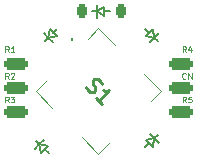
<source format=gto>
G04 #@! TF.GenerationSoftware,KiCad,Pcbnew,8.0.2*
G04 #@! TF.CreationDate,2024-10-03T22:03:37+02:00*
G04 #@! TF.ProjectId,skrhade_single_pcb,736b7268-6164-4655-9f73-696e676c655f,rev?*
G04 #@! TF.SameCoordinates,Original*
G04 #@! TF.FileFunction,Legend,Top*
G04 #@! TF.FilePolarity,Positive*
%FSLAX46Y46*%
G04 Gerber Fmt 4.6, Leading zero omitted, Abs format (unit mm)*
G04 Created by KiCad (PCBNEW 8.0.2) date 2024-10-03 22:03:37*
%MOMM*%
%LPD*%
G01*
G04 APERTURE LIST*
G04 Aperture macros list*
%AMRoundRect*
0 Rectangle with rounded corners*
0 $1 Rounding radius*
0 $2 $3 $4 $5 $6 $7 $8 $9 X,Y pos of 4 corners*
0 Add a 4 corners polygon primitive as box body*
4,1,4,$2,$3,$4,$5,$6,$7,$8,$9,$2,$3,0*
0 Add four circle primitives for the rounded corners*
1,1,$1+$1,$2,$3*
1,1,$1+$1,$4,$5*
1,1,$1+$1,$6,$7*
1,1,$1+$1,$8,$9*
0 Add four rect primitives between the rounded corners*
20,1,$1+$1,$2,$3,$4,$5,0*
20,1,$1+$1,$4,$5,$6,$7,0*
20,1,$1+$1,$6,$7,$8,$9,0*
20,1,$1+$1,$8,$9,$2,$3,0*%
%AMRotRect*
0 Rectangle, with rotation*
0 The origin of the aperture is its center*
0 $1 length*
0 $2 width*
0 $3 Rotation angle, in degrees counterclockwise*
0 Add horizontal line*
21,1,$1,$2,0,0,$3*%
G04 Aperture macros list end*
%ADD10C,0.125000*%
%ADD11C,0.254000*%
%ADD12C,0.150000*%
%ADD13C,0.100000*%
%ADD14C,0.200000*%
%ADD15RoundRect,0.250000X-0.750000X0.250000X-0.750000X-0.250000X0.750000X-0.250000X0.750000X0.250000X0*%
%ADD16RoundRect,0.225000X-0.424264X-0.106066X-0.106066X-0.424264X0.424264X0.106066X0.106066X0.424264X0*%
%ADD17RoundRect,0.225000X0.106066X-0.424264X0.424264X-0.106066X-0.106066X0.424264X-0.424264X0.106066X0*%
%ADD18RoundRect,0.225000X-0.225000X-0.375000X0.225000X-0.375000X0.225000X0.375000X-0.225000X0.375000X0*%
%ADD19C,0.750000*%
%ADD20C,1.050000*%
%ADD21RotRect,1.000000X1.350000X45.000000*%
%ADD22RotRect,1.800000X2.000000X45.000000*%
%ADD23RoundRect,0.225000X-0.106066X0.424264X-0.424264X0.106066X0.106066X-0.424264X0.424264X-0.106066X0*%
%ADD24RoundRect,0.225000X0.424264X0.106066X0.106066X0.424264X-0.424264X-0.106066X-0.106066X-0.424264X0*%
G04 APERTURE END LIST*
D10*
X99142856Y-107177190D02*
X99119047Y-107201000D01*
X99119047Y-107201000D02*
X99047618Y-107224809D01*
X99047618Y-107224809D02*
X98999999Y-107224809D01*
X98999999Y-107224809D02*
X98928571Y-107201000D01*
X98928571Y-107201000D02*
X98880952Y-107153380D01*
X98880952Y-107153380D02*
X98857142Y-107105761D01*
X98857142Y-107105761D02*
X98833333Y-107010523D01*
X98833333Y-107010523D02*
X98833333Y-106939095D01*
X98833333Y-106939095D02*
X98857142Y-106843857D01*
X98857142Y-106843857D02*
X98880952Y-106796238D01*
X98880952Y-106796238D02*
X98928571Y-106748619D01*
X98928571Y-106748619D02*
X98999999Y-106724809D01*
X98999999Y-106724809D02*
X99047618Y-106724809D01*
X99047618Y-106724809D02*
X99119047Y-106748619D01*
X99119047Y-106748619D02*
X99142856Y-106772428D01*
X99357142Y-107224809D02*
X99357142Y-106724809D01*
X99357142Y-106724809D02*
X99642856Y-107224809D01*
X99642856Y-107224809D02*
X99642856Y-106724809D01*
X99166666Y-109224809D02*
X99000000Y-108986714D01*
X98880952Y-109224809D02*
X98880952Y-108724809D01*
X98880952Y-108724809D02*
X99071428Y-108724809D01*
X99071428Y-108724809D02*
X99119047Y-108748619D01*
X99119047Y-108748619D02*
X99142857Y-108772428D01*
X99142857Y-108772428D02*
X99166666Y-108820047D01*
X99166666Y-108820047D02*
X99166666Y-108891476D01*
X99166666Y-108891476D02*
X99142857Y-108939095D01*
X99142857Y-108939095D02*
X99119047Y-108962904D01*
X99119047Y-108962904D02*
X99071428Y-108986714D01*
X99071428Y-108986714D02*
X98880952Y-108986714D01*
X99619047Y-108724809D02*
X99380952Y-108724809D01*
X99380952Y-108724809D02*
X99357143Y-108962904D01*
X99357143Y-108962904D02*
X99380952Y-108939095D01*
X99380952Y-108939095D02*
X99428571Y-108915285D01*
X99428571Y-108915285D02*
X99547619Y-108915285D01*
X99547619Y-108915285D02*
X99595238Y-108939095D01*
X99595238Y-108939095D02*
X99619047Y-108962904D01*
X99619047Y-108962904D02*
X99642857Y-109010523D01*
X99642857Y-109010523D02*
X99642857Y-109129571D01*
X99642857Y-109129571D02*
X99619047Y-109177190D01*
X99619047Y-109177190D02*
X99595238Y-109201000D01*
X99595238Y-109201000D02*
X99547619Y-109224809D01*
X99547619Y-109224809D02*
X99428571Y-109224809D01*
X99428571Y-109224809D02*
X99380952Y-109201000D01*
X99380952Y-109201000D02*
X99357143Y-109177190D01*
D11*
X90702448Y-107929131D02*
X90787974Y-108100183D01*
X90787974Y-108100183D02*
X91001790Y-108313999D01*
X91001790Y-108313999D02*
X91130079Y-108356762D01*
X91130079Y-108356762D02*
X91215606Y-108356762D01*
X91215606Y-108356762D02*
X91343895Y-108313999D01*
X91343895Y-108313999D02*
X91429421Y-108228472D01*
X91429421Y-108228472D02*
X91472184Y-108100183D01*
X91472184Y-108100183D02*
X91472184Y-108014657D01*
X91472184Y-108014657D02*
X91429421Y-107886367D01*
X91429421Y-107886367D02*
X91301132Y-107672552D01*
X91301132Y-107672552D02*
X91258369Y-107544262D01*
X91258369Y-107544262D02*
X91258369Y-107458736D01*
X91258369Y-107458736D02*
X91301132Y-107330447D01*
X91301132Y-107330447D02*
X91386658Y-107244921D01*
X91386658Y-107244921D02*
X91514948Y-107202157D01*
X91514948Y-107202157D02*
X91600474Y-107202157D01*
X91600474Y-107202157D02*
X91728763Y-107244921D01*
X91728763Y-107244921D02*
X91942579Y-107458736D01*
X91942579Y-107458736D02*
X92028105Y-107629789D01*
X92028105Y-109340314D02*
X91514948Y-108827156D01*
X91771526Y-109083735D02*
X92669552Y-108185709D01*
X92669552Y-108185709D02*
X92455736Y-108228473D01*
X92455736Y-108228473D02*
X92284684Y-108228473D01*
X92284684Y-108228473D02*
X92156395Y-108185709D01*
D10*
X84166666Y-107224809D02*
X84000000Y-106986714D01*
X83880952Y-107224809D02*
X83880952Y-106724809D01*
X83880952Y-106724809D02*
X84071428Y-106724809D01*
X84071428Y-106724809D02*
X84119047Y-106748619D01*
X84119047Y-106748619D02*
X84142857Y-106772428D01*
X84142857Y-106772428D02*
X84166666Y-106820047D01*
X84166666Y-106820047D02*
X84166666Y-106891476D01*
X84166666Y-106891476D02*
X84142857Y-106939095D01*
X84142857Y-106939095D02*
X84119047Y-106962904D01*
X84119047Y-106962904D02*
X84071428Y-106986714D01*
X84071428Y-106986714D02*
X83880952Y-106986714D01*
X84357143Y-106772428D02*
X84380952Y-106748619D01*
X84380952Y-106748619D02*
X84428571Y-106724809D01*
X84428571Y-106724809D02*
X84547619Y-106724809D01*
X84547619Y-106724809D02*
X84595238Y-106748619D01*
X84595238Y-106748619D02*
X84619047Y-106772428D01*
X84619047Y-106772428D02*
X84642857Y-106820047D01*
X84642857Y-106820047D02*
X84642857Y-106867666D01*
X84642857Y-106867666D02*
X84619047Y-106939095D01*
X84619047Y-106939095D02*
X84333333Y-107224809D01*
X84333333Y-107224809D02*
X84642857Y-107224809D01*
X84166666Y-109224809D02*
X84000000Y-108986714D01*
X83880952Y-109224809D02*
X83880952Y-108724809D01*
X83880952Y-108724809D02*
X84071428Y-108724809D01*
X84071428Y-108724809D02*
X84119047Y-108748619D01*
X84119047Y-108748619D02*
X84142857Y-108772428D01*
X84142857Y-108772428D02*
X84166666Y-108820047D01*
X84166666Y-108820047D02*
X84166666Y-108891476D01*
X84166666Y-108891476D02*
X84142857Y-108939095D01*
X84142857Y-108939095D02*
X84119047Y-108962904D01*
X84119047Y-108962904D02*
X84071428Y-108986714D01*
X84071428Y-108986714D02*
X83880952Y-108986714D01*
X84333333Y-108724809D02*
X84642857Y-108724809D01*
X84642857Y-108724809D02*
X84476190Y-108915285D01*
X84476190Y-108915285D02*
X84547619Y-108915285D01*
X84547619Y-108915285D02*
X84595238Y-108939095D01*
X84595238Y-108939095D02*
X84619047Y-108962904D01*
X84619047Y-108962904D02*
X84642857Y-109010523D01*
X84642857Y-109010523D02*
X84642857Y-109129571D01*
X84642857Y-109129571D02*
X84619047Y-109177190D01*
X84619047Y-109177190D02*
X84595238Y-109201000D01*
X84595238Y-109201000D02*
X84547619Y-109224809D01*
X84547619Y-109224809D02*
X84404762Y-109224809D01*
X84404762Y-109224809D02*
X84357143Y-109201000D01*
X84357143Y-109201000D02*
X84333333Y-109177190D01*
X99166666Y-104974809D02*
X99000000Y-104736714D01*
X98880952Y-104974809D02*
X98880952Y-104474809D01*
X98880952Y-104474809D02*
X99071428Y-104474809D01*
X99071428Y-104474809D02*
X99119047Y-104498619D01*
X99119047Y-104498619D02*
X99142857Y-104522428D01*
X99142857Y-104522428D02*
X99166666Y-104570047D01*
X99166666Y-104570047D02*
X99166666Y-104641476D01*
X99166666Y-104641476D02*
X99142857Y-104689095D01*
X99142857Y-104689095D02*
X99119047Y-104712904D01*
X99119047Y-104712904D02*
X99071428Y-104736714D01*
X99071428Y-104736714D02*
X98880952Y-104736714D01*
X99595238Y-104641476D02*
X99595238Y-104974809D01*
X99476190Y-104451000D02*
X99357143Y-104808142D01*
X99357143Y-104808142D02*
X99666666Y-104808142D01*
X84166666Y-104974809D02*
X84000000Y-104736714D01*
X83880952Y-104974809D02*
X83880952Y-104474809D01*
X83880952Y-104474809D02*
X84071428Y-104474809D01*
X84071428Y-104474809D02*
X84119047Y-104498619D01*
X84119047Y-104498619D02*
X84142857Y-104522428D01*
X84142857Y-104522428D02*
X84166666Y-104570047D01*
X84166666Y-104570047D02*
X84166666Y-104641476D01*
X84166666Y-104641476D02*
X84142857Y-104689095D01*
X84142857Y-104689095D02*
X84119047Y-104712904D01*
X84119047Y-104712904D02*
X84071428Y-104736714D01*
X84071428Y-104736714D02*
X83880952Y-104736714D01*
X84642857Y-104974809D02*
X84357143Y-104974809D01*
X84500000Y-104974809D02*
X84500000Y-104474809D01*
X84500000Y-104474809D02*
X84452381Y-104546238D01*
X84452381Y-104546238D02*
X84404762Y-104593857D01*
X84404762Y-104593857D02*
X84357143Y-104617666D01*
D12*
X86469670Y-112469670D02*
X86752513Y-112752513D01*
X86752513Y-112752513D02*
X87141421Y-112363604D01*
X86752513Y-112752513D02*
X86363604Y-113141421D01*
X86752513Y-112752513D02*
X87459619Y-112893934D01*
X87459619Y-112893934D02*
X86893934Y-113459619D01*
X87176777Y-113176777D02*
X87530330Y-113530330D01*
X86893934Y-113459619D02*
X86752513Y-112752513D01*
X87219670Y-104030330D02*
X87502513Y-103747487D01*
X87502513Y-103747487D02*
X87113604Y-103358579D01*
X87502513Y-103747487D02*
X87891421Y-104136396D01*
X87502513Y-103747487D02*
X87643934Y-103040381D01*
X87643934Y-103040381D02*
X88209619Y-103606066D01*
X87926777Y-103323223D02*
X88280330Y-102969670D01*
X88209619Y-103606066D02*
X87502513Y-103747487D01*
X91250000Y-101500000D02*
X91650000Y-101500000D01*
X91650000Y-101500000D02*
X91650000Y-100950000D01*
X91650000Y-101500000D02*
X91650000Y-102050000D01*
X91650000Y-101500000D02*
X92250000Y-101100000D01*
X92250000Y-101100000D02*
X92250000Y-101900000D01*
X92250000Y-101500000D02*
X92750000Y-101500000D01*
X92250000Y-101900000D02*
X91650000Y-101500000D01*
D13*
X86446699Y-108250000D02*
X86446699Y-108250000D01*
X86446699Y-108250000D02*
X86446699Y-108250000D01*
X86446699Y-108250000D02*
X87330583Y-107366117D01*
X86446699Y-108250000D02*
X87860913Y-109664214D01*
X87330583Y-107366117D02*
X86446699Y-108250000D01*
X87330583Y-107366117D02*
X87330583Y-107366117D01*
X87860913Y-109664214D02*
X86446699Y-108250000D01*
X87860913Y-109664214D02*
X87860913Y-109664214D01*
D14*
X89487258Y-103865938D02*
X89487258Y-103865938D01*
X89487258Y-103865938D02*
X89557969Y-103936649D01*
X89557969Y-103936649D02*
X89557969Y-103936649D01*
D13*
X90335786Y-112139087D02*
X90335786Y-112139087D01*
X90335786Y-112139087D02*
X91750000Y-113553301D01*
X90866117Y-103830583D02*
X90866117Y-103830583D01*
X90866117Y-103830583D02*
X91750000Y-102946699D01*
X91750000Y-102946699D02*
X90866117Y-103830583D01*
X91750000Y-102946699D02*
X91750000Y-102946699D01*
X91750000Y-102946699D02*
X91750000Y-102946699D01*
X91750000Y-102946699D02*
X93164214Y-104360913D01*
X91750000Y-113553301D02*
X90335786Y-112139087D01*
X91750000Y-113553301D02*
X91750000Y-113553301D01*
X91750000Y-113553301D02*
X91750000Y-113553301D01*
X91750000Y-113553301D02*
X92633883Y-112669417D01*
X92633883Y-112669417D02*
X91750000Y-113553301D01*
X92633883Y-112669417D02*
X92633883Y-112669417D01*
X93164214Y-104360913D02*
X91750000Y-102946699D01*
X93164214Y-104360913D02*
X93164214Y-104360913D01*
X95639087Y-106835786D02*
X95639087Y-106835786D01*
X95639087Y-106835786D02*
X97053301Y-108250000D01*
X96169417Y-109133883D02*
X96169417Y-109133883D01*
X96169417Y-109133883D02*
X97053301Y-108250000D01*
X97053301Y-108250000D02*
X95639087Y-106835786D01*
X97053301Y-108250000D02*
X96169417Y-109133883D01*
X97053301Y-108250000D02*
X97053301Y-108250000D01*
X97053301Y-108250000D02*
X97053301Y-108250000D01*
D14*
X89487258Y-103865938D02*
G75*
G02*
X89557969Y-103936649I35356J-35355D01*
G01*
X89557969Y-103936649D02*
G75*
G02*
X89487258Y-103865938I-35355J35356D01*
G01*
D12*
X95790381Y-112393934D02*
X96497487Y-112252513D01*
X96073223Y-112676777D02*
X95719670Y-113030330D01*
X96356066Y-112959619D02*
X95790381Y-112393934D01*
X96497487Y-112252513D02*
X96356066Y-112959619D01*
X96497487Y-112252513D02*
X96108579Y-111863604D01*
X96497487Y-112252513D02*
X96886396Y-112641421D01*
X96780330Y-111969670D02*
X96497487Y-112252513D01*
X96356066Y-103040381D02*
X96497487Y-103747487D01*
X96073223Y-103323223D02*
X95719670Y-102969670D01*
X95790381Y-103606066D02*
X96356066Y-103040381D01*
X96497487Y-103747487D02*
X95790381Y-103606066D01*
X96497487Y-103747487D02*
X96886396Y-103358579D01*
X96497487Y-103747487D02*
X96108579Y-104136396D01*
X96780330Y-104030330D02*
X96497487Y-103747487D01*
%LPC*%
D15*
X98750000Y-108000000D03*
D16*
X85833274Y-111833274D03*
X88166726Y-114166726D03*
D17*
X86583274Y-104666726D03*
X88916726Y-102333274D03*
D15*
X98750000Y-110000000D03*
D18*
X90350000Y-101500000D03*
X93650000Y-101500000D03*
D19*
X93093503Y-106906497D03*
D20*
X90406497Y-109593503D03*
D21*
X90229720Y-104714466D03*
X89222093Y-105722093D03*
X88214466Y-106729720D03*
X95285534Y-109770280D03*
X94277907Y-110777907D03*
X93270280Y-111785534D03*
D22*
X94613782Y-105386218D03*
X88886218Y-111113782D03*
D15*
X84750000Y-108000000D03*
D23*
X97416726Y-111333274D03*
X95083274Y-113666726D03*
D15*
X84750000Y-110000000D03*
D24*
X97416726Y-104666726D03*
X95083274Y-102333274D03*
D15*
X98750000Y-106000000D03*
X84750000Y-106000000D03*
%LPD*%
M02*

</source>
